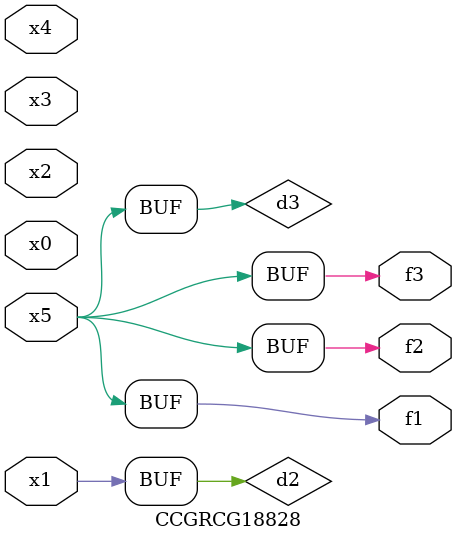
<source format=v>
module CCGRCG18828(
	input x0, x1, x2, x3, x4, x5,
	output f1, f2, f3
);

	wire d1, d2, d3;

	not (d1, x5);
	or (d2, x1);
	xnor (d3, d1);
	assign f1 = d3;
	assign f2 = d3;
	assign f3 = d3;
endmodule

</source>
